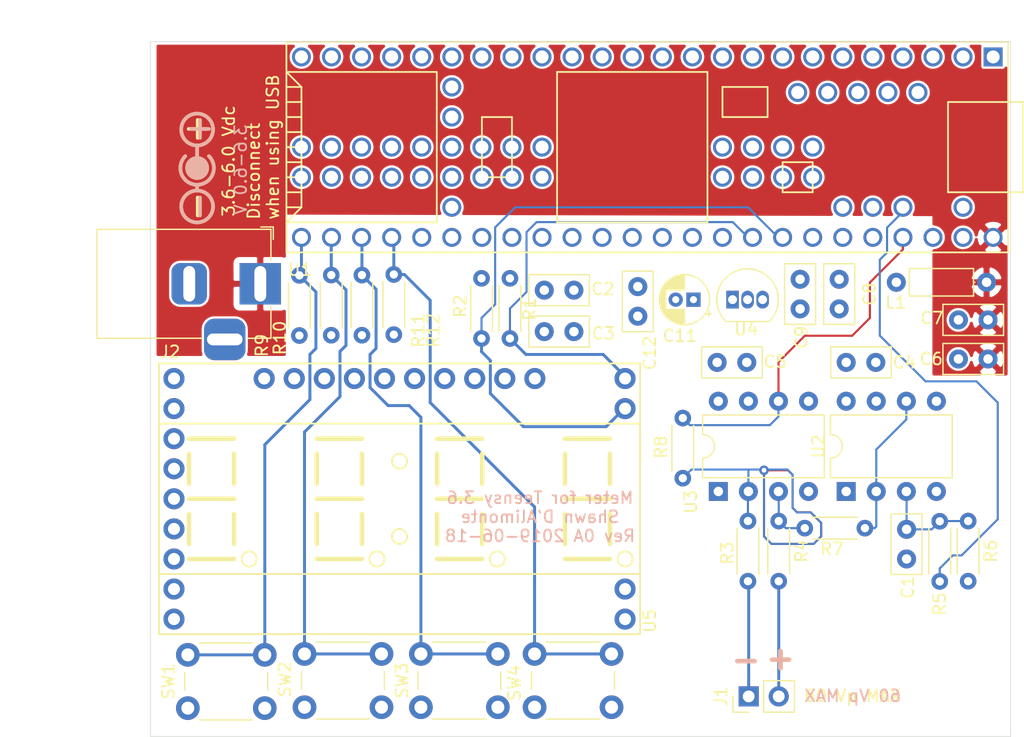
<source format=kicad_pcb>
(kicad_pcb (version 20171130) (host pcbnew "(5.1.2)-1")
  (layers (0 F.Cu signal) (1 In1.Cu signal) (2 In2.Cu signal) (31 B.Cu signal) (34 B.Paste user) (35 F.Paste user) (36 B.SilkS user) (37 F.SilkS user) (38 B.Mask user hide) (39 F.Mask user hide) (44 Edge.Cuts user))
  (net 0 "")
  (net 1 GNDA)
  (net 2 "Net-(C1-Pad1)")
  (net 3 GND)
  (net 4 +3V3)
  (net 5 +3.3VA)
  (net 6 +5V)
  (net 7 +5VA)
  (net 8 /INN)
  (net 9 /INP)
  (net 10 /SCL)
  (net 11 /SDA)
  (net 12 "Net-(R3-Pad1)")
  (net 13 "Net-(R4-Pad1)")
  (net 14 /AREF)
  (net 15 /MID)
  (net 16 /A9)
  (net 17 "Net-(R9-Pad2)")
  (net 18 "Net-(R10-Pad2)")
  (net 19 "Net-(R11-Pad2)")
  (net 20 "Net-(R12-Pad2)")
  (module footprints:Polarity_Center_Positive_3mm_SilkScreen (layer F.Cu) (at 118.364 75.692 90)
    (fp_text reference REF** hide)
    (fp_text value Polarity_Center_Positive_3mm_SilkScreen hide)
    (fp_text user - (at -3.25 -0.1 90) (layer F.SilkS) (effects (font (size 2 2) (thickness 0.3))))
    (fp_text user + (at 3.3 -0.1 90) (layer F.SilkS) (effects (font (size 2 2) (thickness 0.3))))
  )
  (module footprints:Polarity_Center_Positive_3mm_SilkScreen (layer B.Cu) (at 118.364 75.692 90)
    (fp_text reference REF** hide)
    (fp_text value Polarity_Center_Positive_3mm_SilkScreen hide)
    (fp_text user + (at 3.3 0.1 90) (layer B.SilkS) (effects (font (size 2 2) (thickness 0.3)) (justify mirror)))
    (fp_text user - (at -3.25 0.1 90) (layer B.SilkS) (effects (font (size 2 2) (thickness 0.3)) (justify mirror)))
  )
  (module Connector_BarrelJack:BarrelJack_Horizontal (layer F.Cu) (at 123.698 85.471)
    (fp_text reference J2 (at -7.62 5.75) (layer F.SilkS))
    (fp_text value Barrel_Jack)
    (pad 3 thru_hole roundrect (at -3 4.7) (size 3.5 3.5) (drill oval 3 1) (layers *.Cu *.Mask))
    (pad 2 thru_hole roundrect (at -6 0) (size 3 3.5) (drill oval 1 3) (layers *.Cu *.Mask) (net 3 GND))
    (pad 1 thru_hole rect (at 0 0) (size 3.5 3.5) (drill oval 1 3) (layers *.Cu *.Mask) (net 6 +5V))
  )
  (module Connector_PinHeader_2.54mm:PinHeader_1x02_P2.54mm_Vertical (layer F.Cu) (at 164.9476 120.3198 90)
    (fp_text reference J1 (at 0 -2.33 90) (layer F.SilkS))
    (fp_text value Conn_01x02)
    (pad 2 thru_hole oval (at 0 2.54 90) (size 1.7 1.7) (drill 1) (layers *.Cu *.Mask) (net 9 /INP))
    (pad 1 thru_hole rect (at 0 0 90) (size 1.7 1.7) (drill 1) (layers *.Cu *.Mask) (net 8 /INN))
  )
  (module teensy:Teensy35_36 (layer F.Cu) (at 156.385 73.929 180)
    (fp_text reference U1 (at 29.35 -10.35) (layer F.SilkS))
    (fp_text value Teensy3.6)
    (pad 17 thru_hole circle (at 11.43 7.62 180) (size 1.6 1.6) (drill 1.1) (layers *.Cu *.Mask))
    (pad 18 thru_hole circle (at 13.97 7.62 180) (size 1.6 1.6) (drill 1.1) (layers *.Cu *.Mask))
    (pad 19 thru_hole circle (at 16.51 7.62 180) (size 1.6 1.6) (drill 1.1) (layers *.Cu *.Mask))
    (pad 20 thru_hole circle (at 19.05 7.62 180) (size 1.6 1.6) (drill 1.1) (layers *.Cu *.Mask))
    (pad 16 thru_hole circle (at 8.89 7.62 180) (size 1.6 1.6) (drill 1.1) (layers *.Cu *.Mask))
    (pad 15 thru_hole circle (at 6.35 7.62 180) (size 1.6 1.6) (drill 1.1) (layers *.Cu *.Mask) (net 4 +3V3))
    (pad 14 thru_hole circle (at 3.81 7.62 180) (size 1.6 1.6) (drill 1.1) (layers *.Cu *.Mask))
    (pad 21 thru_hole circle (at 21.59 7.62 180) (size 1.6 1.6) (drill 1.1) (layers *.Cu *.Mask))
    (pad 22 thru_hole circle (at 24.13 7.62 180) (size 1.6 1.6) (drill 1.1) (layers *.Cu *.Mask))
    (pad 23 thru_hole circle (at 26.67 7.62 180) (size 1.6 1.6) (drill 1.1) (layers *.Cu *.Mask))
    (pad 24 thru_hole circle (at 29.21 7.62 180) (size 1.6 1.6) (drill 1.1) (layers *.Cu *.Mask))
    (pad 25 thru_hole circle (at 16.51 5.08 180) (size 1.6 1.6) (drill 1.1) (layers *.Cu *.Mask))
    (pad 26 thru_hole circle (at 16.51 2.54 180) (size 1.6 1.6) (drill 1.1) (layers *.Cu *.Mask) (net 4 +3V3))
    (pad 27 thru_hole circle (at 16.51 0 180) (size 1.6 1.6) (drill 1.1) (layers *.Cu *.Mask) (net 3 GND))
    (pad 28 thru_hole circle (at 16.51 -2.54 180) (size 1.6 1.6) (drill 1.1) (layers *.Cu *.Mask))
    (pad 29 thru_hole circle (at 16.51 -5.08 180) (size 1.6 1.6) (drill 1.1) (layers *.Cu *.Mask))
    (pad 30 thru_hole circle (at 29.21 -7.62 180) (size 1.6 1.6) (drill 1.1) (layers *.Cu *.Mask) (net 17 "Net-(R9-Pad2)"))
    (pad 31 thru_hole circle (at 26.67 -7.62 180) (size 1.6 1.6) (drill 1.1) (layers *.Cu *.Mask) (net 18 "Net-(R10-Pad2)"))
    (pad 32 thru_hole circle (at 24.13 -7.62 180) (size 1.6 1.6) (drill 1.1) (layers *.Cu *.Mask) (net 19 "Net-(R11-Pad2)"))
    (pad 33 thru_hole circle (at 21.59 -7.62 180) (size 1.6 1.6) (drill 1.1) (layers *.Cu *.Mask) (net 20 "Net-(R12-Pad2)"))
    (pad 34 thru_hole circle (at 19.05 -7.62 180) (size 1.6 1.6) (drill 1.1) (layers *.Cu *.Mask))
    (pad 35 thru_hole circle (at 16.51 -7.62 180) (size 1.6 1.6) (drill 1.1) (layers *.Cu *.Mask))
    (pad 36 thru_hole circle (at 13.97 -7.62 180) (size 1.6 1.6) (drill 1.1) (layers *.Cu *.Mask))
    (pad 37 thru_hole circle (at 11.43 -7.62 180) (size 1.6 1.6) (drill 1.1) (layers *.Cu *.Mask))
    (pad 13 thru_hole circle (at 1.27 7.62 180) (size 1.6 1.6) (drill 1.1) (layers *.Cu *.Mask))
    (pad 12 thru_hole circle (at -1.27 7.62 180) (size 1.6 1.6) (drill 1.1) (layers *.Cu *.Mask))
    (pad 11 thru_hole circle (at -3.81 7.62 180) (size 1.6 1.6) (drill 1.1) (layers *.Cu *.Mask))
    (pad 10 thru_hole circle (at -6.35 7.62 180) (size 1.6 1.6) (drill 1.1) (layers *.Cu *.Mask))
    (pad 9 thru_hole circle (at -8.89 7.62 180) (size 1.6 1.6) (drill 1.1) (layers *.Cu *.Mask))
    (pad 8 thru_hole circle (at -11.43 7.62 180) (size 1.6 1.6) (drill 1.1) (layers *.Cu *.Mask))
    (pad 7 thru_hole circle (at -13.97 7.62 180) (size 1.6 1.6) (drill 1.1) (layers *.Cu *.Mask))
    (pad 6 thru_hole circle (at -16.51 7.62 180) (size 1.6 1.6) (drill 1.1) (layers *.Cu *.Mask))
    (pad 5 thru_hole circle (at -19.05 7.62 180) (size 1.6 1.6) (drill 1.1) (layers *.Cu *.Mask))
    (pad 4 thru_hole circle (at -21.59 7.62 180) (size 1.6 1.6) (drill 1.1) (layers *.Cu *.Mask))
    (pad 3 thru_hole circle (at -24.13 7.62 180) (size 1.6 1.6) (drill 1.1) (layers *.Cu *.Mask))
    (pad 2 thru_hole circle (at -26.67 7.62 180) (size 1.6 1.6) (drill 1.1) (layers *.Cu *.Mask))
    (pad 1 thru_hole rect (at -29.21 7.62 180) (size 1.6 1.6) (drill 1.1) (layers *.Cu *.Mask) (net 3 GND))
    (pad 38 thru_hole circle (at 8.89 -7.62 180) (size 1.6 1.6) (drill 1.1) (layers *.Cu *.Mask))
    (pad 39 thru_hole circle (at 6.35 -7.62 180) (size 1.6 1.6) (drill 1.1) (layers *.Cu *.Mask) (net 3 GND))
    (pad 40 thru_hole circle (at 3.81 -7.62 180) (size 1.6 1.6) (drill 1.1) (layers *.Cu *.Mask))
    (pad 41 thru_hole circle (at 1.27 -7.62 180) (size 1.6 1.6) (drill 1.1) (layers *.Cu *.Mask))
    (pad 42 thru_hole circle (at -1.27 -7.62 180) (size 1.6 1.6) (drill 1.1) (layers *.Cu *.Mask))
    (pad 43 thru_hole circle (at -3.81 -7.62 180) (size 1.6 1.6) (drill 1.1) (layers *.Cu *.Mask))
    (pad 44 thru_hole circle (at -6.35 -7.62 180) (size 1.6 1.6) (drill 1.1) (layers *.Cu *.Mask))
    (pad 45 thru_hole circle (at -8.89 -7.62 180) (size 1.6 1.6) (drill 1.1) (layers *.Cu *.Mask) (net 11 /SDA))
    (pad 46 thru_hole circle (at -11.43 -7.62 180) (size 1.6 1.6) (drill 1.1) (layers *.Cu *.Mask) (net 10 /SCL))
    (pad 47 thru_hole circle (at -13.97 -7.62 180) (size 1.6 1.6) (drill 1.1) (layers *.Cu *.Mask))
    (pad 48 thru_hole circle (at -16.51 -7.62 180) (size 1.6 1.6) (drill 1.1) (layers *.Cu *.Mask))
    (pad 49 thru_hole circle (at -19.05 -7.62 180) (size 1.6 1.6) (drill 1.1) (layers *.Cu *.Mask))
    (pad 50 thru_hole circle (at -21.59 -7.62 180) (size 1.6 1.6) (drill 1.1) (layers *.Cu *.Mask) (net 16 /A9))
    (pad 51 thru_hole circle (at -24.13 -7.62 180) (size 1.6 1.6) (drill 1.1) (layers *.Cu *.Mask) (net 4 +3V3))
    (pad 52 thru_hole circle (at -26.67 -7.62 180) (size 1.6 1.6) (drill 1.1) (layers *.Cu *.Mask) (net 1 GNDA))
    (pad 53 thru_hole circle (at -29.21 -7.62 180) (size 1.6 1.6) (drill 1.1) (layers *.Cu *.Mask) (net 6 +5V))
    (pad 54 thru_hole circle (at -26.67 -5.08 180) (size 1.6 1.6) (drill 1.1) (layers *.Cu *.Mask))
    (pad 55 thru_hole circle (at -21.59 -5.08 180) (size 1.6 1.6) (drill 1.1) (layers *.Cu *.Mask) (net 14 /AREF))
    (pad 56 thru_hole circle (at -19.05 -5.08 180) (size 1.6 1.6) (drill 1.1) (layers *.Cu *.Mask))
    (pad 57 thru_hole circle (at -16.51 -5.08 180) (size 1.6 1.6) (drill 1.1) (layers *.Cu *.Mask))
    (pad 63 thru_hole circle (at -13.97 0 180) (size 1.6 1.6) (drill 1.1) (layers *.Cu *.Mask))
    (pad 64 thru_hole circle (at -11.43 0 180) (size 1.6 1.6) (drill 1.1) (layers *.Cu *.Mask))
    (pad 65 thru_hole circle (at -8.89 0 180) (size 1.6 1.6) (drill 1.1) (layers *.Cu *.Mask))
    (pad 66 thru_hole circle (at -6.35 0 180) (size 1.6 1.6) (drill 1.1) (layers *.Cu *.Mask))
    (pad 67 thru_hole circle (at 8.89 0 180) (size 1.6 1.6) (drill 1.1) (layers *.Cu *.Mask))
    (pad 68 thru_hole circle (at 11.43 0 180) (size 1.6 1.6) (drill 1.1) (layers *.Cu *.Mask))
    (pad 69 thru_hole circle (at 13.97 0 180) (size 1.6 1.6) (drill 1.1) (layers *.Cu *.Mask))
    (pad 70 thru_hole circle (at 19.05 0 180) (size 1.6 1.6) (drill 1.1) (layers *.Cu *.Mask))
    (pad 71 thru_hole circle (at 21.59 0 180) (size 1.6 1.6) (drill 1.1) (layers *.Cu *.Mask))
    (pad 72 thru_hole circle (at 24.13 0 180) (size 1.6 1.6) (drill 1.1) (layers *.Cu *.Mask))
    (pad 73 thru_hole circle (at 26.67 0 180) (size 1.6 1.6) (drill 1.1) (layers *.Cu *.Mask))
    (pad 74 thru_hole circle (at 29.21 0 180) (size 1.6 1.6) (drill 1.1) (layers *.Cu *.Mask) (net 3 GND))
    (pad 75 thru_hole circle (at 29.21 -2.54 180) (size 1.6 1.6) (drill 1.1) (layers *.Cu *.Mask) (net 4 +3V3))
    (pad 76 thru_hole circle (at 26.67 -2.54 180) (size 1.6 1.6) (drill 1.1) (layers *.Cu *.Mask))
    (pad 77 thru_hole circle (at 24.13 -2.54 180) (size 1.6 1.6) (drill 1.1) (layers *.Cu *.Mask))
    (pad 78 thru_hole circle (at 21.59 -2.54 180) (size 1.6 1.6) (drill 1.1) (layers *.Cu *.Mask))
    (pad 79 thru_hole circle (at 19.05 -2.54 180) (size 1.6 1.6) (drill 1.1) (layers *.Cu *.Mask))
    (pad 80 thru_hole circle (at 13.97 -2.54 180) (size 1.6 1.6) (drill 1.1) (layers *.Cu *.Mask))
    (pad 81 thru_hole circle (at 11.43 -2.54 180) (size 1.6 1.6) (drill 1.1) (layers *.Cu *.Mask))
    (pad 82 thru_hole circle (at 8.89 -2.54 180) (size 1.6 1.6) (drill 1.1) (layers *.Cu *.Mask))
    (pad 83 thru_hole circle (at -6.35 -2.54 180) (size 1.6 1.6) (drill 1.1) (layers *.Cu *.Mask))
    (pad 84 thru_hole circle (at -8.89 -2.54 180) (size 1.6 1.6) (drill 1.1) (layers *.Cu *.Mask))
    (pad 85 thru_hole circle (at -11.43 -2.54 180) (size 1.6 1.6) (drill 1.1) (layers *.Cu *.Mask))
    (pad 86 thru_hole circle (at -13.97 -2.54 180) (size 1.6 1.6) (drill 1.1) (layers *.Cu *.Mask))
    (pad 58 thru_hole circle (at -22.86 4.62 180) (size 1.6 1.6) (drill 1.1) (layers *.Cu *.Mask))
    (pad 59 thru_hole circle (at -20.32 4.62 180) (size 1.6 1.6) (drill 1.1) (layers *.Cu *.Mask))
    (pad 60 thru_hole circle (at -17.78 4.62 180) (size 1.6 1.6) (drill 1.1) (layers *.Cu *.Mask))
    (pad 61 thru_hole circle (at -15.24 4.62 180) (size 1.6 1.6) (drill 1.1) (layers *.Cu *.Mask) (net 3 GND))
    (pad 62 thru_hole circle (at -12.7 4.62 180) (size 1.6 1.6) (drill 1.1) (layers *.Cu *.Mask) (net 3 GND))
  )
  (module Package_DIP:DIP-8_W7.62mm (layer F.Cu) (at 162.385 103.01 90)
    (fp_text reference U3 (at -0.876 -2.33 90) (layer F.SilkS))
    (fp_text value "MCP6281RT-E_OT DIP")
    (pad 8 thru_hole oval (at 7.62 0 90) (size 1.6 1.6) (drill 0.8) (layers *.Cu *.Mask))
    (pad 4 thru_hole oval (at 0 7.62 90) (size 1.6 1.6) (drill 0.8) (layers *.Cu *.Mask) (net 1 GNDA))
    (pad 7 thru_hole oval (at 7.62 2.54 90) (size 1.6 1.6) (drill 0.8) (layers *.Cu *.Mask) (net 5 +3.3VA))
    (pad 3 thru_hole oval (at 0 5.08 90) (size 1.6 1.6) (drill 0.8) (layers *.Cu *.Mask) (net 13 "Net-(R4-Pad1)"))
    (pad 6 thru_hole oval (at 7.62 5.08 90) (size 1.6 1.6) (drill 0.8) (layers *.Cu *.Mask) (net 16 /A9))
    (pad 2 thru_hole oval (at 0 2.54 90) (size 1.6 1.6) (drill 0.8) (layers *.Cu *.Mask) (net 12 "Net-(R3-Pad1)"))
    (pad 5 thru_hole oval (at 7.62 7.62 90) (size 1.6 1.6) (drill 0.8) (layers *.Cu *.Mask))
    (pad 1 thru_hole rect (at 0 0 90) (size 1.6 1.6) (drill 0.8) (layers *.Cu *.Mask))
  )
  (module Package_DIP:DIP-8_W7.62mm (layer F.Cu) (at 173.185 103.01 90)
    (fp_text reference U2 (at 3.81 -2.33 90) (layer F.SilkS))
    (fp_text value "MCP6281RT-E_OT DIP")
    (pad 8 thru_hole oval (at 7.62 0 90) (size 1.6 1.6) (drill 0.8) (layers *.Cu *.Mask))
    (pad 4 thru_hole oval (at 0 7.62 90) (size 1.6 1.6) (drill 0.8) (layers *.Cu *.Mask) (net 1 GNDA))
    (pad 7 thru_hole oval (at 7.62 2.54 90) (size 1.6 1.6) (drill 0.8) (layers *.Cu *.Mask) (net 5 +3.3VA))
    (pad 3 thru_hole oval (at 0 5.08 90) (size 1.6 1.6) (drill 0.8) (layers *.Cu *.Mask) (net 2 "Net-(C1-Pad1)"))
    (pad 6 thru_hole oval (at 7.62 5.08 90) (size 1.6 1.6) (drill 0.8) (layers *.Cu *.Mask) (net 15 /MID))
    (pad 2 thru_hole oval (at 0 2.54 90) (size 1.6 1.6) (drill 0.8) (layers *.Cu *.Mask) (net 15 /MID))
    (pad 5 thru_hole oval (at 7.62 7.62 90) (size 1.6 1.6) (drill 0.8) (layers *.Cu *.Mask))
    (pad 1 thru_hole rect (at 0 0 90) (size 1.6 1.6) (drill 0.8) (layers *.Cu *.Mask))
  )
  (module Capacitor_THT:C_Disc_D5.0mm_W2.5mm_P2.50mm (layer F.Cu) (at 178.285 106.21 270)
    (fp_text reference C1 (at 4.9 -0.1 90) (layer F.SilkS))
    (fp_text value 100n)
    (pad 2 thru_hole circle (at 2.5 0 270) (size 1.6 1.6) (drill 0.8) (layers *.Cu *.Mask) (net 1 GNDA))
    (pad 1 thru_hole circle (at 0 0 270) (size 1.6 1.6) (drill 0.8) (layers *.Cu *.Mask) (net 2 "Net-(C1-Pad1)"))
  )
  (module Capacitor_THT:C_Disc_D5.0mm_W2.5mm_P2.50mm (layer F.Cu) (at 147.685 86.01)
    (fp_text reference C2 (at 4.95 -0.1) (layer F.SilkS))
    (fp_text value 1u)
    (pad 1 thru_hole circle (at 0 0) (size 1.6 1.6) (drill 0.8) (layers *.Cu *.Mask) (net 4 +3V3))
    (pad 2 thru_hole circle (at 2.5 0) (size 1.6 1.6) (drill 0.8) (layers *.Cu *.Mask) (net 3 GND))
  )
  (module Capacitor_THT:C_Disc_D5.0mm_W2.5mm_P2.50mm (layer F.Cu) (at 147.685 89.51)
    (fp_text reference C3 (at 5 0.15) (layer F.SilkS))
    (fp_text value 100n)
    (pad 1 thru_hole circle (at 0 0) (size 1.6 1.6) (drill 0.8) (layers *.Cu *.Mask) (net 4 +3V3))
    (pad 2 thru_hole circle (at 2.5 0) (size 1.6 1.6) (drill 0.8) (layers *.Cu *.Mask) (net 3 GND))
  )
  (module Capacitor_THT:C_Disc_D5.0mm_W2.5mm_P2.50mm (layer F.Cu) (at 175.685 92.11 180)
    (fp_text reference C4 (at -2.4 0) (layer F.SilkS))
    (fp_text value 100n)
    (pad 1 thru_hole circle (at 0 0 180) (size 1.6 1.6) (drill 0.8) (layers *.Cu *.Mask) (net 5 +3.3VA))
    (pad 2 thru_hole circle (at 2.5 0 180) (size 1.6 1.6) (drill 0.8) (layers *.Cu *.Mask) (net 1 GNDA))
  )
  (module Capacitor_THT:C_Disc_D5.0mm_W2.5mm_P2.50mm (layer F.Cu) (at 164.785 92.11 180)
    (fp_text reference C5 (at -2.4 0.05) (layer F.SilkS))
    (fp_text value 100n)
    (pad 2 thru_hole circle (at 2.5 0 180) (size 1.6 1.6) (drill 0.8) (layers *.Cu *.Mask) (net 1 GNDA))
    (pad 1 thru_hole circle (at 0 0 180) (size 1.6 1.6) (drill 0.8) (layers *.Cu *.Mask) (net 5 +3.3VA))
  )
  (module Capacitor_THT:C_Disc_D5.0mm_W2.5mm_P2.50mm (layer F.Cu) (at 185.166 91.821 180)
    (fp_text reference C6 (at 4.8 0) (layer F.SilkS))
    (fp_text value 1u)
    (pad 1 thru_hole circle (at 0 0 180) (size 1.6 1.6) (drill 0.8) (layers *.Cu *.Mask) (net 6 +5V))
    (pad 2 thru_hole circle (at 2.5 0 180) (size 1.6 1.6) (drill 0.8) (layers *.Cu *.Mask) (net 3 GND))
  )
  (module Capacitor_THT:C_Disc_D5.0mm_W2.5mm_P2.50mm (layer F.Cu) (at 185.166 88.519 180)
    (fp_text reference C7 (at 4.75 0.15) (layer F.SilkS))
    (fp_text value 100n)
    (pad 2 thru_hole circle (at 2.5 0 180) (size 1.6 1.6) (drill 0.8) (layers *.Cu *.Mask) (net 3 GND))
    (pad 1 thru_hole circle (at 0 0 180) (size 1.6 1.6) (drill 0.8) (layers *.Cu *.Mask) (net 6 +5V))
  )
  (module Capacitor_THT:C_Disc_D5.0mm_W2.5mm_P2.50mm (layer F.Cu) (at 172.593 85.09 270)
    (fp_text reference C8 (at 1.25 -2.56 90) (layer F.SilkS))
    (fp_text value 1u)
    (pad 1 thru_hole circle (at 0 0 270) (size 1.6 1.6) (drill 0.8) (layers *.Cu *.Mask) (net 7 +5VA))
    (pad 2 thru_hole circle (at 2.5 0 270) (size 1.6 1.6) (drill 0.8) (layers *.Cu *.Mask) (net 1 GNDA))
  )
  (module Capacitor_THT:C_Disc_D5.0mm_W2.5mm_P2.50mm (layer F.Cu) (at 169.291 85.09 270)
    (fp_text reference C9 (at 4.9 -0.1 90) (layer F.SilkS))
    (fp_text value 100n)
    (pad 2 thru_hole circle (at 2.5 0 270) (size 1.6 1.6) (drill 0.8) (layers *.Cu *.Mask) (net 1 GNDA))
    (pad 1 thru_hole circle (at 0 0 270) (size 1.6 1.6) (drill 0.8) (layers *.Cu *.Mask) (net 7 +5VA))
  )
  (module Capacitor_THT:CP_Radial_D4.0mm_P1.50mm (layer F.Cu) (at 160.285 86.81 180)
    (fp_text reference C11 (at 1.15 -3.05) (layer F.SilkS))
    (fp_text value 3u3)
    (pad 1 thru_hole rect (at 0 0 180) (size 1.2 1.2) (drill 0.6) (layers *.Cu *.Mask) (net 5 +3.3VA))
    (pad 2 thru_hole circle (at 1.5 0 180) (size 1.2 1.2) (drill 0.6) (layers *.Cu *.Mask) (net 1 GNDA))
  )
  (module Capacitor_THT:C_Disc_D5.0mm_W2.5mm_P2.50mm (layer F.Cu) (at 155.585 88.21 90)
    (fp_text reference C12 (at -3.1 1.006 90) (layer F.SilkS))
    (fp_text value 100n)
    (pad 2 thru_hole circle (at 2.5 0 90) (size 1.6 1.6) (drill 0.8) (layers *.Cu *.Mask) (net 1 GNDA))
    (pad 1 thru_hole circle (at 0 0 90) (size 1.6 1.6) (drill 0.8) (layers *.Cu *.Mask) (net 5 +3.3VA))
  )
  (module Inductor_THT:L_Axial_L5.3mm_D2.2mm_P7.62mm_Horizontal_Vishay_IM-1 (layer F.Cu) (at 177.419 85.344)
    (fp_text reference L1 (at -0.05 1.7) (layer F.SilkS))
    (fp_text value 600)
    (pad 1 thru_hole circle (at 0 0) (size 1.6 1.6) (drill 0.8) (layers *.Cu *.Mask) (net 7 +5VA))
    (pad 2 thru_hole oval (at 7.62 0) (size 1.6 1.6) (drill 0.8) (layers *.Cu *.Mask) (net 6 +5V))
  )
  (module Resistor_THT:R_Axial_DIN0204_L3.6mm_D1.6mm_P5.08mm_Horizontal (layer F.Cu) (at 144.785 85.01 270)
    (fp_text reference R1 (at 2.6 -1.65 90) (layer F.SilkS))
    (fp_text value 10k)
    (pad 2 thru_hole oval (at 5.08 0 270) (size 1.4 1.4) (drill 0.7) (layers *.Cu *.Mask) (net 11 /SDA))
    (pad 1 thru_hole circle (at 0 0 270) (size 1.4 1.4) (drill 0.7) (layers *.Cu *.Mask) (net 4 +3V3))
  )
  (module Resistor_THT:R_Axial_DIN0204_L3.6mm_D1.6mm_P5.08mm_Horizontal (layer F.Cu) (at 142.385 85.01 270)
    (fp_text reference R2 (at 2.35 1.8 90) (layer F.SilkS))
    (fp_text value 10k)
    (pad 1 thru_hole circle (at 0 0 270) (size 1.4 1.4) (drill 0.7) (layers *.Cu *.Mask) (net 4 +3V3))
    (pad 2 thru_hole oval (at 5.08 0 270) (size 1.4 1.4) (drill 0.7) (layers *.Cu *.Mask) (net 10 /SCL))
  )
  (module Resistor_THT:R_Axial_DIN0204_L3.6mm_D1.6mm_P5.08mm_Horizontal (layer F.Cu) (at 164.885 105.51 270)
    (fp_text reference R3 (at 2.7 1.75 90) (layer F.SilkS))
    (fp_text value 10MEG)
    (pad 2 thru_hole oval (at 5.08 0 270) (size 1.4 1.4) (drill 0.7) (layers *.Cu *.Mask) (net 8 /INN))
    (pad 1 thru_hole circle (at 0 0 270) (size 1.4 1.4) (drill 0.7) (layers *.Cu *.Mask) (net 12 "Net-(R3-Pad1)"))
  )
  (module Resistor_THT:R_Axial_DIN0204_L3.6mm_D1.6mm_P5.08mm_Horizontal (layer F.Cu) (at 167.485 105.51 270)
    (fp_text reference R4 (at 2.54 -1.92 90) (layer F.SilkS))
    (fp_text value 10MEG)
    (pad 1 thru_hole circle (at 0 0 270) (size 1.4 1.4) (drill 0.7) (layers *.Cu *.Mask) (net 13 "Net-(R4-Pad1)"))
    (pad 2 thru_hole oval (at 5.08 0 270) (size 1.4 1.4) (drill 0.7) (layers *.Cu *.Mask) (net 9 /INP))
  )
  (module Resistor_THT:R_Axial_DIN0204_L3.6mm_D1.6mm_P5.08mm_Horizontal (layer F.Cu) (at 181.085 110.61 90)
    (fp_text reference R5 (at -1.9 0 90) (layer F.SilkS))
    (fp_text value 10k)
    (pad 2 thru_hole oval (at 5.08 0 90) (size 1.4 1.4) (drill 0.7) (layers *.Cu *.Mask) (net 2 "Net-(C1-Pad1)"))
    (pad 1 thru_hole circle (at 0 0 90) (size 1.4 1.4) (drill 0.7) (layers *.Cu *.Mask) (net 14 /AREF))
  )
  (module Resistor_THT:R_Axial_DIN0204_L3.6mm_D1.6mm_P5.08mm_Horizontal (layer F.Cu) (at 183.485 105.51 270)
    (fp_text reference R6 (at 2.54 -1.92 90) (layer F.SilkS))
    (fp_text value 10k)
    (pad 1 thru_hole circle (at 0 0 270) (size 1.4 1.4) (drill 0.7) (layers *.Cu *.Mask) (net 2 "Net-(C1-Pad1)"))
    (pad 2 thru_hole oval (at 5.08 0 270) (size 1.4 1.4) (drill 0.7) (layers *.Cu *.Mask) (net 1 GNDA))
  )
  (module Resistor_THT:R_Axial_DIN0204_L3.6mm_D1.6mm_P5.08mm_Horizontal (layer F.Cu) (at 169.685 106.11)
    (fp_text reference R7 (at 2.3 1.75) (layer F.SilkS))
    (fp_text value 221k)
    (pad 1 thru_hole circle (at 0 0) (size 1.4 1.4) (drill 0.7) (layers *.Cu *.Mask) (net 13 "Net-(R4-Pad1)"))
    (pad 2 thru_hole oval (at 5.08 0) (size 1.4 1.4) (drill 0.7) (layers *.Cu *.Mask) (net 15 /MID))
  )
  (module Resistor_THT:R_Axial_DIN0204_L3.6mm_D1.6mm_P5.08mm_Horizontal (layer F.Cu) (at 159.385 96.81 270)
    (fp_text reference R8 (at 2.45 1.85 90) (layer F.SilkS))
    (fp_text value 221k)
    (pad 2 thru_hole oval (at 5.08 0 270) (size 1.4 1.4) (drill 0.7) (layers *.Cu *.Mask) (net 12 "Net-(R3-Pad1)"))
    (pad 1 thru_hole circle (at 0 0 270) (size 1.4 1.4) (drill 0.7) (layers *.Cu *.Mask) (net 16 /A9))
  )
  (module Resistor_THT:R_Axial_DIN0204_L3.6mm_D1.6mm_P5.08mm_Horizontal (layer F.Cu) (at 127 89.8398 90)
    (fp_text reference R9 (at -0.8382 -3.175 90) (layer F.SilkS))
    (fp_text value 10k)
    (pad 2 thru_hole oval (at 5.08 0 90) (size 1.4 1.4) (drill 0.7) (layers *.Cu *.Mask) (net 17 "Net-(R9-Pad2)"))
    (pad 1 thru_hole circle (at 0 0 90) (size 1.4 1.4) (drill 0.7) (layers *.Cu *.Mask) (net 4 +3V3))
  )
  (module Resistor_THT:R_Axial_DIN0204_L3.6mm_D1.6mm_P5.08mm_Horizontal (layer F.Cu) (at 129.6924 89.8144 90)
    (fp_text reference R10 (at -0.2286 -4.3434 90) (layer F.SilkS))
    (fp_text value 10k)
    (pad 1 thru_hole circle (at 0 0 90) (size 1.4 1.4) (drill 0.7) (layers *.Cu *.Mask) (net 4 +3V3))
    (pad 2 thru_hole oval (at 5.08 0 90) (size 1.4 1.4) (drill 0.7) (layers *.Cu *.Mask) (net 18 "Net-(R10-Pad2)"))
  )
  (module Resistor_THT:R_Axial_DIN0204_L3.6mm_D1.6mm_P5.08mm_Horizontal (layer F.Cu) (at 132.2832 89.8144 90)
    (fp_text reference R11 (at 0.4064 4.7498 90) (layer F.SilkS))
    (fp_text value 10k)
    (pad 2 thru_hole oval (at 5.08 0 90) (size 1.4 1.4) (drill 0.7) (layers *.Cu *.Mask) (net 19 "Net-(R11-Pad2)"))
    (pad 1 thru_hole circle (at 0 0 90) (size 1.4 1.4) (drill 0.7) (layers *.Cu *.Mask) (net 4 +3V3))
  )
  (module Resistor_THT:R_Axial_DIN0204_L3.6mm_D1.6mm_P5.08mm_Horizontal (layer F.Cu) (at 134.9756 89.7636 90)
    (fp_text reference R12 (at 0.3556 3.3274 90) (layer F.SilkS))
    (fp_text value 10k)
    (pad 1 thru_hole circle (at 0 0 90) (size 1.4 1.4) (drill 0.7) (layers *.Cu *.Mask) (net 4 +3V3))
    (pad 2 thru_hole oval (at 5.08 0 90) (size 1.4 1.4) (drill 0.7) (layers *.Cu *.Mask) (net 20 "Net-(R12-Pad2)"))
  )
  (module Button_Switch_THT:SW_PUSH_6mm_H4.3mm (layer F.Cu) (at 124.079 121.3104 180)
    (fp_text reference SW1 (at 8.15 2.25 270) (layer F.SilkS))
    (fp_text value SW_Push)
    (pad 1 thru_hole circle (at 6.5 0 270) (size 2 2) (drill 1.1) (layers *.Cu *.Mask) (net 3 GND))
    (pad 2 thru_hole circle (at 6.5 4.5 270) (size 2 2) (drill 1.1) (layers *.Cu *.Mask) (net 17 "Net-(R9-Pad2)"))
    (pad 1 thru_hole circle (at 0 0 270) (size 2 2) (drill 1.1) (layers *.Cu *.Mask) (net 3 GND))
    (pad 2 thru_hole circle (at 0 4.5 270) (size 2 2) (drill 1.1) (layers *.Cu *.Mask) (net 17 "Net-(R9-Pad2)"))
  )
  (module Button_Switch_THT:SW_PUSH_6mm_H4.3mm (layer F.Cu) (at 133.9342 121.2342 180)
    (fp_text reference SW2 (at 8.15 2.35 270) (layer F.SilkS))
    (fp_text value SW_Push)
    (pad 2 thru_hole circle (at 0 4.5 270) (size 2 2) (drill 1.1) (layers *.Cu *.Mask) (net 18 "Net-(R10-Pad2)"))
    (pad 1 thru_hole circle (at 0 0 270) (size 2 2) (drill 1.1) (layers *.Cu *.Mask) (net 3 GND))
    (pad 2 thru_hole circle (at 6.5 4.5 270) (size 2 2) (drill 1.1) (layers *.Cu *.Mask) (net 18 "Net-(R10-Pad2)"))
    (pad 1 thru_hole circle (at 6.5 0 270) (size 2 2) (drill 1.1) (layers *.Cu *.Mask) (net 3 GND))
  )
  (module Button_Switch_THT:SW_PUSH_6mm_H4.3mm (layer F.Cu) (at 143.764 121.2342 180)
    (fp_text reference SW3 (at 8.1 2.25 270) (layer F.SilkS))
    (fp_text value SW_Push)
    (pad 2 thru_hole circle (at 0 4.5 270) (size 2 2) (drill 1.1) (layers *.Cu *.Mask) (net 19 "Net-(R11-Pad2)"))
    (pad 1 thru_hole circle (at 0 0 270) (size 2 2) (drill 1.1) (layers *.Cu *.Mask) (net 3 GND))
    (pad 2 thru_hole circle (at 6.5 4.5 270) (size 2 2) (drill 1.1) (layers *.Cu *.Mask) (net 19 "Net-(R11-Pad2)"))
    (pad 1 thru_hole circle (at 6.5 0 270) (size 2 2) (drill 1.1) (layers *.Cu *.Mask) (net 3 GND))
  )
  (module Button_Switch_THT:SW_PUSH_6mm_H4.3mm (layer F.Cu) (at 153.3652 121.2342 180)
    (fp_text reference SW4 (at 8.2 2.05 90) (layer F.SilkS))
    (fp_text value SW_Push)
    (pad 1 thru_hole circle (at 6.5 0 270) (size 2 2) (drill 1.1) (layers *.Cu *.Mask) (net 3 GND))
    (pad 2 thru_hole circle (at 6.5 4.5 270) (size 2 2) (drill 1.1) (layers *.Cu *.Mask) (net 20 "Net-(R12-Pad2)"))
    (pad 1 thru_hole circle (at 0 0 270) (size 2 2) (drill 1.1) (layers *.Cu *.Mask) (net 3 GND))
    (pad 2 thru_hole circle (at 0 4.5 270) (size 2 2) (drill 1.1) (layers *.Cu *.Mask) (net 20 "Net-(R12-Pad2)"))
  )
  (module Package_TO_SOT_THT:TO-92_Inline (layer F.Cu) (at 163.585 86.81)
    (fp_text reference U4 (at 1.15 2.5) (layer F.SilkS))
    (fp_text value LP2950-3.3_TO92)
    (pad 2 thru_hole oval (at 1.27 0) (size 1.05 1.5) (drill 0.75) (layers *.Cu *.Mask) (net 1 GNDA))
    (pad 3 thru_hole oval (at 2.54 0) (size 1.05 1.5) (drill 0.75) (layers *.Cu *.Mask) (net 7 +5VA))
    (pad 1 thru_hole rect (at 0 0) (size 1.05 1.5) (drill 0.75) (layers *.Cu *.Mask) (net 5 +3.3VA))
  )
  (module footprints:SparkFun_7seg (layer F.Cu) (at 135.4582 103.632)
    (fp_text reference U5 (at 21.1328 10.3124 270) (layer F.SilkS))
    (fp_text value SparkFun_7seg)
    (pad 1 thru_hole circle (at -19.05 -10.16) (size 1.778 1.778) (drill 1.016) (layers *.Cu *.Mask))
    (pad 2 thru_hole circle (at -19.05 -7.62) (size 1.778 1.778) (drill 1.016) (layers *.Cu *.Mask))
    (pad 3 thru_hole circle (at -19.05 -5.08) (size 1.778 1.778) (drill 1.016) (layers *.Cu *.Mask))
    (pad 4 thru_hole circle (at -19.05 -2.54) (size 1.778 1.778) (drill 1.016) (layers *.Cu *.Mask))
    (pad 5 thru_hole circle (at -19.05 0) (size 1.778 1.778) (drill 1.016) (layers *.Cu *.Mask))
    (pad 6 thru_hole circle (at -19.05 2.54) (size 1.778 1.778) (drill 1.016) (layers *.Cu *.Mask) (net 4 +3V3))
    (pad 7 thru_hole circle (at -19.05 5.08) (size 1.778 1.778) (drill 1.016) (layers *.Cu *.Mask) (net 3 GND))
    (pad 8 thru_hole circle (at -19.05 7.62) (size 1.778 1.778) (drill 1.016) (layers *.Cu *.Mask) (net 3 GND))
    (pad 9 thru_hole circle (at -19.05 10.16) (size 1.778 1.778) (drill 1.016) (layers *.Cu *.Mask) (net 4 +3V3))
    (pad 10 thru_hole circle (at 19.05 10.16) (size 1.778 1.778) (drill 1.016) (layers *.Cu *.Mask) (net 4 +3V3))
    (pad 11 thru_hole circle (at 19.05 7.62) (size 1.778 1.778) (drill 1.016) (layers *.Cu *.Mask) (net 3 GND))
    (pad 12 thru_hole circle (at 19.05 -7.62) (size 1.778 1.778) (drill 1.016) (layers *.Cu *.Mask) (net 10 /SCL))
    (pad 13 thru_hole circle (at 19.05 -10.16) (size 1.778 1.778) (drill 1.016) (layers *.Cu *.Mask) (net 11 /SDA))
    (pad 14 thru_hole circle (at 11.43 -10.16) (size 1.778 1.778) (drill 1.016) (layers *.Cu *.Mask))
    (pad 15 thru_hole circle (at 8.89 -10.16) (size 1.778 1.778) (drill 1.016) (layers *.Cu *.Mask))
    (pad 16 thru_hole circle (at 6.35 -10.16) (size 1.778 1.778) (drill 1.016) (layers *.Cu *.Mask))
    (pad 17 thru_hole circle (at 3.81 -10.16) (size 1.778 1.778) (drill 1.016) (layers *.Cu *.Mask))
    (pad 18 thru_hole circle (at 1.27 -10.16) (size 1.778 1.778) (drill 1.016) (layers *.Cu *.Mask))
    (pad 19 thru_hole circle (at -1.27 -10.16) (size 1.778 1.778) (drill 1.016) (layers *.Cu *.Mask))
    (pad 20 thru_hole circle (at -3.81 -10.16) (size 1.778 1.778) (drill 1.016) (layers *.Cu *.Mask) (net 4 +3V3))
    (pad 21 thru_hole circle (at -6.35 -10.16) (size 1.778 1.778) (drill 1.016) (layers *.Cu *.Mask) (net 3 GND))
    (pad 22 thru_hole circle (at -8.89 -10.16) (size 1.778 1.778) (drill 1.016) (layers *.Cu *.Mask))
    (pad 23 thru_hole circle (at -11.43 -10.16) (size 1.778 1.778) (drill 1.016) (layers *.Cu *.Mask))
    (pad "" np_thru_hole circle (at -15.24 -8.89) (size 3.302 3.302) (drill 3.302) (layers *.Cu *.Mask))
    (pad "" np_thru_hole circle (at -15.24 8.89) (size 3.302 3.302) (drill 3.302) (layers *.Cu *.Mask))
    (pad "" np_thru_hole circle (at 15.24 8.89) (size 3.302 3.302) (drill 3.302) (layers *.Cu *.Mask))
    (pad "" np_thru_hole circle (at 15.24 -8.89) (size 3.302 3.302) (drill 3.302) (layers *.Cu *.Mask))
  )
  (gr_text "3.6-6.0 V" (at 122.047 75.819 90) (layer B.SilkS) (effects (font (size 1 1)) (justify mirror)))
  (gr_text "Meter for Teensy 3.6\nShawn D'Alimonte\nRev 0A 2019-06-18\n" (at 147.32 105.156) (layer B.SilkS) (effects (font (size 1 1)) (justify mirror)))
  (gr_text "60 Vp MAX" (at 173.736 120.269) (layer B.SilkS) (effects (font (size 1 1)) (justify mirror)))
  (gr_text - (at 164.719 117.475 180) (layer B.SilkS) (effects (font (size 1.905 1.905) (thickness 0.381)) (justify mirror)))
  (gr_text + (at 167.64 117.348 180) (layer B.SilkS) (effects (font (size 1.905 1.905) (thickness 0.381)) (justify mirror)))
  (gr_text + (at 167.64 117.348 180) (layer F.SilkS) (effects (font (size 1.905 1.905) (thickness 0.381))))
  (gr_text - (at 164.719 117.475 180) (layer F.SilkS) (effects (font (size 1.905 1.905) (thickness 0.381))))
  (gr_text "60 Vp MAX" (at 173.736 120.269) (layer F.SilkS) (effects (font (size 1 1))))
  (gr_text "Disconnect\nwhen using USB" (at 123.952 80.137 90) (layer F.SilkS) (effects (font (size 1 1)) (justify left)))
  (gr_text "3.6-6.0 Vdc" (at 121.031 79.883 90) (layer F.SilkS) (effects (font (size 1 1)) (justify left)))
  (gr_line (start 187.071 123.698) (end 114.427 123.698) (layer Edge.Cuts) (width 0.05))
  (gr_line (start 187.071 65.024) (end 187.071 123.698) (layer Edge.Cuts) (width 0.05))
  (gr_line (start 114.427 65.024) (end 187.071 65.024) (layer Edge.Cuts) (width 0.05))
  (gr_line (start 114.427 123.698) (end 114.427 65.024) (layer Edge.Cuts) (width 0.05))
  (segment (start 181.105 105.51) (end 181.085 105.53) (width 0.1778) (layer B.Cu) (net 2))
  (segment (start 183.485 105.51) (end 181.105 105.51) (width 0.1778) (layer B.Cu) (net 2))
  (segment (start 178.285 103.03) (end 178.265 103.01) (width 0.1778) (layer B.Cu) (net 2))
  (segment (start 178.285 106.21) (end 178.285 103.03) (width 0.1778) (layer B.Cu) (net 2))
  (segment (start 180.405 106.21) (end 181.085 105.53) (width 0.1778) (layer B.Cu) (net 2))
  (segment (start 178.285 106.21) (end 180.405 106.21) (width 0.1778) (layer B.Cu) (net 2))
  (segment (start 164.9476 110.6526) (end 164.885 110.59) (width 0.25) (layer B.Cu) (net 8))
  (segment (start 164.9476 120.3198) (end 164.9476 110.6526) (width 0.25) (layer B.Cu) (net 8))
  (segment (start 167.4876 110.5926) (end 167.485 110.59) (width 0.25) (layer B.Cu) (net 9))
  (segment (start 167.4876 120.3198) (end 167.4876 110.5926) (width 0.25) (layer B.Cu) (net 9))
  (segment (start 142.365 90.11) (end 142.385 90.09) (width 0.1778) (layer B.Cu) (net 10))
  (segment (start 142.385 90.09) (end 142.385 88.36) (width 0.1778) (layer B.Cu) (net 10))
  (segment (start 142.385 88.36) (end 143.535 87.21) (width 0.1778) (layer B.Cu) (net 10))
  (segment (start 143.535 87.21) (end 143.535 80.71) (width 0.1778) (layer B.Cu) (net 10))
  (segment (start 143.535 80.71) (end 145.235 79.01) (width 0.1778) (layer B.Cu) (net 10))
  (segment (start 145.235 79.01) (end 163.535 79.01) (width 0.1778) (layer B.Cu) (net 10))
  (segment (start 164.895 79.01) (end 167.815 81.93) (width 0.1778) (layer B.Cu) (net 10))
  (segment (start 163.535 79.01) (end 164.895 79.01) (width 0.1778) (layer B.Cu) (net 10))
  (segment (start 154.5082 95.9358) (end 154.5082 95.6056) (width 0.25) (layer B.Cu) (net 10))
  (segment (start 142.385 91.204) (end 143.129 91.948) (width 0.25) (layer B.Cu) (net 10))
  (segment (start 143.129 91.948) (end 143.129 94.742) (width 0.25) (layer B.Cu) (net 10))
  (segment (start 143.129 94.742) (end 145.923 97.536) (width 0.25) (layer B.Cu) (net 10))
  (segment (start 145.923 97.536) (end 152.908 97.536) (width 0.25) (layer B.Cu) (net 10))
  (segment (start 142.385 90.09) (end 142.385 91.204) (width 0.25) (layer B.Cu) (net 10))
  (segment (start 152.908 97.536) (end 154.5082 95.9358) (width 0.25) (layer B.Cu) (net 10))
  (segment (start 163.605 80.26) (end 165.275 81.93) (width 0.1778) (layer B.Cu) (net 11))
  (segment (start 147.035 80.26) (end 163.605 80.26) (width 0.1778) (layer B.Cu) (net 11))
  (segment (start 146.185 81.11) (end 147.035 80.26) (width 0.1778) (layer B.Cu) (net 11))
  (segment (start 146.185 86.16) (end 146.185 81.11) (width 0.1778) (layer B.Cu) (net 11))
  (segment (start 144.785 90.09) (end 144.785 87.56) (width 0.1778) (layer B.Cu) (net 11))
  (segment (start 144.785 87.56) (end 146.185 86.16) (width 0.1778) (layer B.Cu) (net 11))
  (segment (start 146.135 91.44) (end 144.785 90.09) (width 0.25) (layer B.Cu) (net 11))
  (segment (start 152.654 91.44) (end 146.135 91.44) (width 0.25) (layer B.Cu) (net 11))
  (segment (start 154.5082 93.0656) (end 154.2796 93.0656) (width 0.25) (layer B.Cu) (net 11))
  (segment (start 154.2796 93.0656) (end 152.654 91.44) (width 0.25) (layer B.Cu) (net 11))
  (segment (start 164.885 103.05) (end 164.925 103.01) (width 0.1778) (layer B.Cu) (net 12))
  (segment (start 164.885 105.51) (end 164.885 103.05) (width 0.1778) (layer B.Cu) (net 12))
  (segment (start 160.115 101.16) (end 159.385 101.89) (width 0.1778) (layer B.Cu) (net 12))
  (segment (start 164.925 101.18) (end 164.905 101.16) (width 0.1778) (layer B.Cu) (net 12))
  (segment (start 164.925 103.01) (end 164.925 101.18) (width 0.1778) (layer B.Cu) (net 12))
  (segment (start 164.905 101.16) (end 160.115 101.16) (width 0.1778) (layer B.Cu) (net 12))
  (segment (start 164.905 101.16) (end 168.089 101.16) (width 0.1778) (layer B.Cu) (net 12))
  (segment (start 168.089 101.16) (end 168.216 101.16) (width 0.1778) (layer B.Cu) (net 12))
  (segment (start 168.216 101.16) (end 168.656 101.6) (width 0.1778) (layer B.Cu) (net 12))
  (segment (start 168.656 101.6) (end 168.656 104.267) (width 0.1778) (layer B.Cu) (net 12))
  (segment (start 168.656 104.267) (end 168.656 104.394) (width 0.1778) (layer B.Cu) (net 12))
  (segment (start 168.656 104.394) (end 169.037 104.775) (width 0.1778) (layer B.Cu) (net 12))
  (segment (start 169.037 104.775) (end 170.18 104.775) (width 0.1778) (layer B.Cu) (net 12))
  (segment (start 170.18 104.775) (end 171.069 105.664) (width 0.1778) (layer B.Cu) (net 12))
  (segment (start 171.069 105.664) (end 171.069 106.807) (width 0.1778) (layer B.Cu) (net 12))
  (segment (start 171.069 106.807) (end 170.434 107.442) (width 0.1778) (layer B.Cu) (net 12))
  (segment (start 170.434 107.442) (end 166.878 107.442) (width 0.1778) (layer B.Cu) (net 12))
  (segment (start 166.878 107.442) (end 166.243 106.807) (width 0.1778) (layer B.Cu) (net 12))
  (segment (start 166.243 106.807) (end 166.243 101.219) (width 0.1778) (layer B.Cu) (net 12))
  (segment (start 166.243 101.219) (end 166.243 101.219) (width 0.1778) (layer B.Cu) (net 12))
  (via (at 166.243 101.219) (size 0.8) (drill 0.4) (layers F.Cu B.Cu) (net 12))
  (segment (start 168.656 101.6) (end 168.275 101.219) (width 0.1778) (layer F.Cu) (net 12))
  (segment (start 169.037 104.775) (end 168.656 104.394) (width 0.1778) (layer F.Cu) (net 12))
  (segment (start 170.18 104.775) (end 169.037 104.775) (width 0.1778) (layer F.Cu) (net 12))
  (segment (start 166.243 106.807) (end 166.878 107.442) (width 0.1778) (layer F.Cu) (net 12))
  (segment (start 166.243 101.219) (end 166.243 106.807) (width 0.1778) (layer F.Cu) (net 12))
  (segment (start 168.656 104.394) (end 168.656 101.6) (width 0.1778) (layer F.Cu) (net 12))
  (segment (start 166.878 107.442) (end 170.434 107.442) (width 0.1778) (layer F.Cu) (net 12))
  (segment (start 168.275 101.219) (end 166.624 101.219) (width 0.1778) (layer F.Cu) (net 12))
  (segment (start 171.069 106.807) (end 171.069 105.664) (width 0.1778) (layer F.Cu) (net 12))
  (segment (start 170.434 107.442) (end 171.069 106.807) (width 0.1778) (layer F.Cu) (net 12))
  (segment (start 171.069 105.664) (end 170.18 104.775) (width 0.1778) (layer F.Cu) (net 12))
  (segment (start 167.485 103.03) (end 167.465 103.01) (width 0.1778) (layer B.Cu) (net 13))
  (segment (start 167.485 105.51) (end 167.485 103.03) (width 0.1778) (layer B.Cu) (net 13))
  (segment (start 168.085 106.11) (end 167.485 105.51) (width 0.1778) (layer B.Cu) (net 13))
  (segment (start 169.685 106.11) (end 168.085 106.11) (width 0.1778) (layer B.Cu) (net 13))
  (segment (start 176.635 82.826) (end 176.635 80.73) (width 0.1778) (layer B.Cu) (net 14))
  (segment (start 176.635 80.73) (end 177.975 79.39) (width 0.1778) (layer B.Cu) (net 14))
  (segment (start 176.022 83.439) (end 176.635 82.826) (width 0.1778) (layer B.Cu) (net 14))
  (segment (start 179.885 93.71) (end 176.022 89.847) (width 0.1778) (layer B.Cu) (net 14))
  (segment (start 184.185 93.71) (end 179.885 93.71) (width 0.1778) (layer B.Cu) (net 14))
  (segment (start 181.085 109.51) (end 182.185 108.41) (width 0.1778) (layer B.Cu) (net 14))
  (segment (start 182.185 108.41) (end 182.935 108.41) (width 0.1778) (layer B.Cu) (net 14))
  (segment (start 176.022 89.847) (end 176.022 83.439) (width 0.1778) (layer B.Cu) (net 14))
  (segment (start 182.935 108.41) (end 185.985 105.36) (width 0.1778) (layer B.Cu) (net 14))
  (segment (start 185.985 105.36) (end 185.985 95.51) (width 0.1778) (layer B.Cu) (net 14))
  (segment (start 181.085 110.61) (end 181.085 109.51) (width 0.1778) (layer B.Cu) (net 14))
  (segment (start 185.985 95.51) (end 184.185 93.71) (width 0.1778) (layer B.Cu) (net 14))
  (segment (start 174.765 106.11) (end 175.585 106.11) (width 0.1778) (layer B.Cu) (net 15))
  (segment (start 175.725 105.97) (end 175.725 103.01) (width 0.1778) (layer B.Cu) (net 15))
  (segment (start 175.585 106.11) (end 175.725 105.97) (width 0.1778) (layer B.Cu) (net 15))
  (segment (start 175.725 103.01) (end 175.725 99.47) (width 0.1778) (layer B.Cu) (net 15))
  (segment (start 175.725 99.47) (end 178.265 96.93) (width 0.1778) (layer B.Cu) (net 15))
  (segment (start 178.265 96.93) (end 178.265 95.39) (width 0.1778) (layer B.Cu) (net 15))
  (segment (start 177.975 81.93) (end 177.975 82.57) (width 0.1778) (layer F.Cu) (net 16))
  (segment (start 177.975 82.57) (end 175.185 85.36) (width 0.1778) (layer F.Cu) (net 16))
  (segment (start 175.185 85.36) (end 175.185 88.36) (width 0.1778) (layer F.Cu) (net 16))
  (segment (start 175.185 88.36) (end 173.685 89.86) (width 0.1778) (layer F.Cu) (net 16))
  (segment (start 173.685 89.86) (end 169.685 89.86) (width 0.1778) (layer F.Cu) (net 16))
  (segment (start 169.685 89.86) (end 167.465 92.08) (width 0.1778) (layer F.Cu) (net 16))
  (segment (start 167.465 96.68) (end 167.465 95.39) (width 0.1778) (layer B.Cu) (net 16))
  (segment (start 166.735 97.41) (end 167.465 96.68) (width 0.1778) (layer B.Cu) (net 16))
  (segment (start 159.385 96.81) (end 159.985 97.41) (width 0.1778) (layer B.Cu) (net 16))
  (segment (start 159.985 97.41) (end 166.735 97.41) (width 0.1778) (layer B.Cu) (net 16))
  (segment (start 167.465 95.39) (end 167.465 92.08) (width 0.1778) (layer F.Cu) (net 16))
  (segment (start 127.175 84.5848) (end 127 84.7598) (width 0.25) (layer B.Cu) (net 17))
  (segment (start 127.175 81.93) (end 127.175 84.5848) (width 0.25) (layer B.Cu) (net 17))
  (segment (start 117.579 116.8104) (end 124.079 116.8104) (width 0.25) (layer B.Cu) (net 17))
  (segment (start 124.079 116.8104) (end 124.079 99.06) (width 0.25) (layer B.Cu) (net 17))
  (segment (start 124.079 99.06) (end 127.889 95.25) (width 0.25) (layer B.Cu) (net 17))
  (segment (start 127.889 95.25) (end 127.889 91.44) (width 0.25) (layer B.Cu) (net 17))
  (segment (start 127.889 91.44) (end 128.397 90.932) (width 0.25) (layer B.Cu) (net 17))
  (segment (start 128.397 86.1568) (end 127 84.7598) (width 0.25) (layer B.Cu) (net 17))
  (segment (start 128.397 90.932) (end 128.397 86.1568) (width 0.25) (layer B.Cu) (net 17))
  (segment (start 129.6924 81.9526) (end 129.715 81.93) (width 0.25) (layer B.Cu) (net 18))
  (segment (start 129.6924 84.7344) (end 129.6924 81.9526) (width 0.25) (layer B.Cu) (net 18))
  (segment (start 133.9342 116.7342) (end 127.4342 116.7342) (width 0.25) (layer B.Cu) (net 18))
  (segment (start 130.937 85.979) (end 129.6924 84.7344) (width 0.25) (layer B.Cu) (net 18))
  (segment (start 130.937 90.678) (end 130.937 85.979) (width 0.25) (layer B.Cu) (net 18))
  (segment (start 130.429 91.186) (end 130.937 90.678) (width 0.25) (layer B.Cu) (net 18))
  (segment (start 130.429 94.996) (end 130.429 91.186) (width 0.25) (layer B.Cu) (net 18))
  (segment (start 127.4342 116.7342) (end 127.4342 97.9908) (width 0.25) (layer B.Cu) (net 18))
  (segment (start 127.4342 97.9908) (end 130.429 94.996) (width 0.25) (layer B.Cu) (net 18))
  (segment (start 132.2832 81.9582) (end 132.255 81.93) (width 0.25) (layer B.Cu) (net 19))
  (segment (start 132.2832 84.7344) (end 132.2832 81.9582) (width 0.25) (layer B.Cu) (net 19))
  (segment (start 137.264 116.7342) (end 143.764 116.7342) (width 0.25) (layer B.Cu) (net 19))
  (segment (start 137.264 116.7342) (end 137.264 96.751) (width 0.25) (layer B.Cu) (net 19))
  (segment (start 137.264 96.751) (end 136.271 95.758) (width 0.25) (layer B.Cu) (net 19))
  (segment (start 136.271 95.758) (end 134.493 95.758) (width 0.25) (layer B.Cu) (net 19))
  (segment (start 134.493 95.758) (end 132.969 94.234) (width 0.25) (layer B.Cu) (net 19))
  (segment (start 132.969 94.234) (end 132.969 91.44) (width 0.25) (layer B.Cu) (net 19))
  (segment (start 132.969 91.44) (end 133.477 90.932) (width 0.25) (layer B.Cu) (net 19))
  (segment (start 133.477 85.9282) (end 132.2832 84.7344) (width 0.25) (layer B.Cu) (net 19))
  (segment (start 133.477 90.932) (end 133.477 85.9282) (width 0.25) (layer B.Cu) (net 19))
  (segment (start 146.8652 116.7342) (end 146.8652 104.3202) (width 0.25) (layer B.Cu) (net 20))
  (segment (start 146.8652 104.3202) (end 138.049 95.504) (width 0.25) (layer B.Cu) (net 20))
  (segment (start 138.049 95.504) (end 138.049 86.868) (width 0.25) (layer B.Cu) (net 20))
  (segment (start 135.8646 84.6836) (end 134.9756 84.6836) (width 0.25) (layer B.Cu) (net 20))
  (segment (start 138.049 86.868) (end 135.8646 84.6836) (width 0.25) (layer B.Cu) (net 20))
  (segment (start 134.9756 82.1106) (end 134.795 81.93) (width 0.25) (layer B.Cu) (net 20))
  (segment (start 134.9756 84.6836) (end 134.9756 82.1106) (width 0.25) (layer B.Cu) (net 20))
  (segment (start 146.8652 116.7342) (end 153.3652 116.7342) (width 0.25) (layer B.Cu) (net 20))
  (zone (net 6) (net_name +5V) (layer F.Cu) (priority 1) (connect_pads (clearance 0.127)) (min_thickness 0.254) (fill yes (arc_segments 32) (thermal_gap 0.508) (thermal_bridge_width 0.508))
    (polygon (pts (xy 114.935 79.756) (xy 114.935 65.278) (xy 186.817 65.278) (xy 186.817 93.218) (xy 180.467 93.218) (xy 180.467 79.756) (xy 125.857 79.629) (xy 125.857 91.567) (xy 114.935 91.567)))
  )
)
</source>
